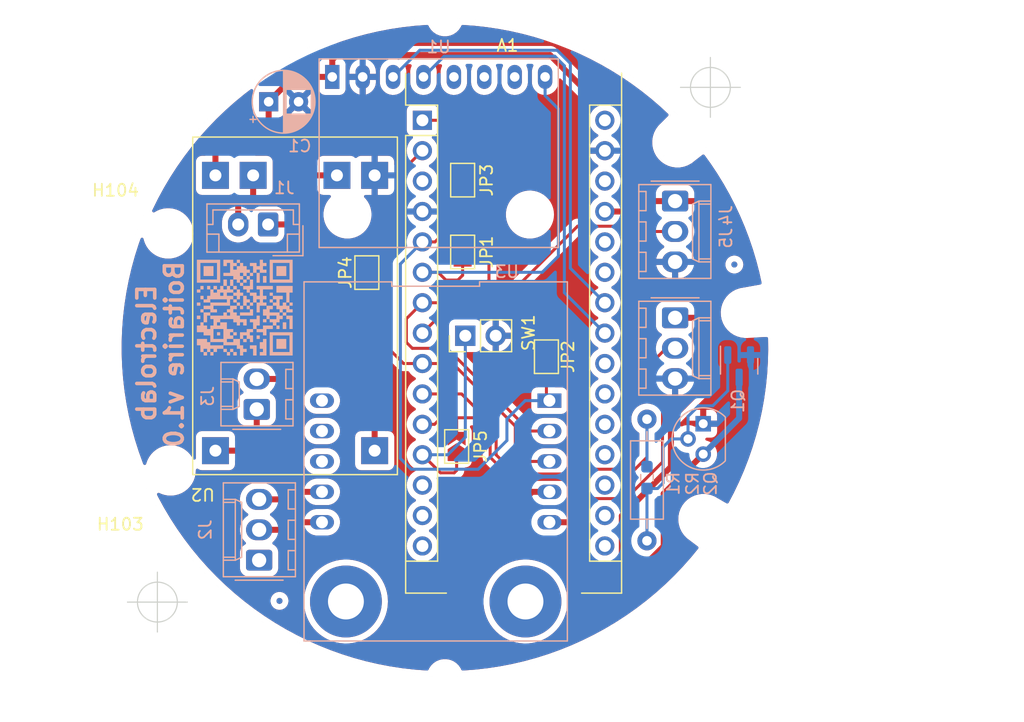
<source format=kicad_pcb>
(kicad_pcb (version 20210606) (generator pcbnew)

  (general
    (thickness 1.6)
  )

  (paper "A4")
  (layers
    (0 "F.Cu" signal)
    (31 "B.Cu" signal)
    (32 "B.Adhes" user "B.Adhesive")
    (33 "F.Adhes" user "F.Adhesive")
    (34 "B.Paste" user)
    (35 "F.Paste" user)
    (36 "B.SilkS" user "B.Silkscreen")
    (37 "F.SilkS" user "F.Silkscreen")
    (38 "B.Mask" user)
    (39 "F.Mask" user)
    (40 "Dwgs.User" user "User.Drawings")
    (41 "Cmts.User" user "User.Comments")
    (42 "Eco1.User" user "User.Eco1")
    (43 "Eco2.User" user "User.Eco2")
    (44 "Edge.Cuts" user)
    (45 "Margin" user)
    (46 "B.CrtYd" user "B.Courtyard")
    (47 "F.CrtYd" user "F.Courtyard")
    (48 "B.Fab" user)
    (49 "F.Fab" user)
    (50 "User.1" user)
    (51 "User.2" user)
    (52 "User.3" user)
    (53 "User.4" user)
    (54 "User.5" user)
    (55 "User.6" user)
    (56 "User.7" user)
    (57 "User.8" user)
    (58 "User.9" user)
  )

  (setup
    (stackup
      (layer "F.SilkS" (type "Top Silk Screen"))
      (layer "F.Paste" (type "Top Solder Paste"))
      (layer "F.Mask" (type "Top Solder Mask") (color "Green") (thickness 0.01))
      (layer "F.Cu" (type "copper") (thickness 0.035))
      (layer "dielectric 1" (type "core") (thickness 1.51) (material "FR4") (epsilon_r 4.5) (loss_tangent 0.02))
      (layer "B.Cu" (type "copper") (thickness 0.035))
      (layer "B.Mask" (type "Bottom Solder Mask") (color "Green") (thickness 0.01))
      (layer "B.Paste" (type "Bottom Solder Paste"))
      (layer "B.SilkS" (type "Bottom Silk Screen"))
      (copper_finish "None")
      (dielectric_constraints no)
    )
    (pad_to_mask_clearance 0)
    (pcbplotparams
      (layerselection 0x0001030_ffffffff)
      (disableapertmacros false)
      (usegerberextensions false)
      (usegerberattributes true)
      (usegerberadvancedattributes true)
      (creategerberjobfile true)
      (svguseinch false)
      (svgprecision 6)
      (excludeedgelayer true)
      (plotframeref false)
      (viasonmask false)
      (mode 1)
      (useauxorigin false)
      (hpglpennumber 1)
      (hpglpenspeed 20)
      (hpglpendiameter 15.000000)
      (dxfpolygonmode true)
      (dxfimperialunits true)
      (dxfusepcbnewfont true)
      (psnegative false)
      (psa4output false)
      (plotreference true)
      (plotvalue true)
      (plotinvisibletext false)
      (sketchpadsonfab false)
      (subtractmaskfromsilk false)
      (outputformat 4)
      (mirror false)
      (drillshape 0)
      (scaleselection 1)
      (outputdirectory "export/")
    )
  )

  (net 0 "")
  (net 1 "Net-(A1-Pad1)")
  (net 2 "unconnected-(A1-Pad17)")
  (net 3 "Net-(A1-Pad2)")
  (net 4 "unconnected-(A1-Pad18)")
  (net 5 "unconnected-(A1-Pad3)")
  (net 6 "unconnected-(A1-Pad19)")
  (net 7 "GND")
  (net 8 "unconnected-(A1-Pad20)")
  (net 9 "/BUSY")
  (net 10 "unconnected-(A1-Pad21)")
  (net 11 "/INT")
  (net 12 "unconnected-(A1-Pad22)")
  (net 13 "/TX")
  (net 14 "/SDA")
  (net 15 "/CAP_SENSOR_2")
  (net 16 "/SCL")
  (net 17 "/RX")
  (net 18 "unconnected-(A1-Pad25)")
  (net 19 "/GND_AUDIO_SW")
  (net 20 "unconnected-(A1-Pad26)")
  (net 21 "/CAP_SENSOR_1")
  (net 22 "VCC")
  (net 23 "/SENSOR_POSITION")
  (net 24 "unconnected-(A1-Pad28)")
  (net 25 "unconnected-(A1-Pad13)")
  (net 26 "unconnected-(A1-Pad14)")
  (net 27 "unconnected-(A1-Pad30)")
  (net 28 "unconnected-(A1-Pad15)")
  (net 29 "unconnected-(A1-Pad16)")
  (net 30 "-BATT")
  (net 31 "+BATT")
  (net 32 "/SP-")
  (net 33 "/SP+")
  (net 34 "+5V")
  (net 35 "GNDPWR")
  (net 36 "/GND_AUDIO")
  (net 37 "unconnected-(U1-Pad5)")
  (net 38 "unconnected-(U1-Pad6)")
  (net 39 "unconnected-(U1-Pad7)")
  (net 40 "unconnected-(U3-Pad8)")
  (net 41 "unconnected-(U3-Pad9)")
  (net 42 "unconnected-(U3-Pad10)")
  (net 43 "unconnected-(U3-PadS1)")
  (net 44 "unconnected-(U3-PadS2)")
  (net 45 "Net-(Q1-Pad1)")
  (net 46 "unconnected-(J2-Pad1)")

  (footprint "boitarire_lib:HW-107" (layer "F.Cu") (at 151.5 65 180))

  (footprint "MountingHole:MountingHole_3.2mm_M3" (layer "F.Cu") (at 141.1 79))

  (footprint "Jumper:SolderJumper-2_P1.3mm_Open_TrianglePad1.0x1.5mm" (layer "F.Cu") (at 172.5 69.5 -90))

  (footprint "Fiducial:Fiducial_0.5mm_Mask1.5mm" (layer "F.Cu") (at 150.2 89.9))

  (footprint "Jumper:SolderJumper-2_P1.3mm_Open_TrianglePad1.0x1.5mm" (layer "F.Cu") (at 165.5 60.75 90))

  (footprint "Fiducial:Fiducial_0.5mm_Mask1.5mm" (layer "F.Cu") (at 188.2 61.8))

  (footprint "Jumper:SolderJumper-2_P1.3mm_Open_TrianglePad1.0x1.5mm" (layer "F.Cu") (at 165.5 54.75 90))

  (footprint "Jumper:SolderJumper-2_P1.3mm_Open_TrianglePad1.0x1.5mm" (layer "F.Cu") (at 165 77 90))

  (footprint "Jumper:SolderJumper-2_P1.3mm_Open_TrianglePad1.0x1.5mm" (layer "F.Cu") (at 157.5 62.475 90))

  (footprint "Connector_PinHeader_2.54mm:PinHeader_1x02_P2.54mm_Vertical" (layer "F.Cu") (at 165.725 67.75 90))

  (footprint "MountingHole:MountingHole_3.2mm_M3" (layer "F.Cu") (at 140.9 59.2))

  (footprint "Module:Arduino_Nano" (layer "F.Cu") (at 162.14 49.75))

  (footprint "boitarire_lib:GY-521" (layer "B.Cu") (at 163.5 46.125))

  (footprint "Connector_Molex:Molex_KK-254_AE-6410-03A_1x03_P2.54mm_Vertical" (layer "B.Cu") (at 183.25 66.25 -90))

  (footprint "Connector_Molex:Molex_KK-254_AE-6410-02A_1x02_P2.54mm_Vertical" (layer "B.Cu") (at 148.3 73.9 90))

  (footprint "Connector_JST:JST_EH_B2B-EH-A_1x02_P2.50mm_Vertical" (layer "B.Cu") (at 149.25 58.45 180))

  (footprint "Connector_Molex:Molex_KK-254_AE-6410-03A_1x03_P2.54mm_Vertical" (layer "B.Cu") (at 148.5 86.5 90))

  (footprint "Package_TO_SOT_THT:TO-92" (layer "B.Cu") (at 185.6 75.1 -90))

  (footprint "Resistor_SMD:R_0603_1608Metric_Pad0.98x0.95mm_HandSolder" (layer "B.Cu") (at 180.9 79.6 -90))

  (footprint "Connector_Molex:Molex_KK-254_AE-6410-03A_1x03_P2.54mm_Vertical" (layer "B.Cu") (at 183.25 56.5 -90))

  (footprint "Capacitor_THT:CP_Radial_D5.0mm_P2.50mm" (layer "B.Cu") (at 149.294888 48.2))

  (footprint "boitarire_lib:DFR0534" (layer "B.Cu") (at 163.25 78.25 -90))

  (footprint "Fiducial:Fiducial_0.5mm_Mask1.5mm" (layer "B.Cu") (at 150.2 89.9 180))

  (footprint "Resistor_THT:R_Axial_DIN0207_L6.3mm_D2.5mm_P10.16mm_Horizontal" (layer "B.Cu") (at 180.9 74.72 -90))

  (footprint "Package_TO_SOT_SMD:SOT-23" (layer "B.Cu") (at 188.6 70.3 -90))

  (footprint "boitarire_lib:qr-code" (layer "B.Cu") (at 147.3 65.4 180))

  (footprint "Fiducial:Fiducial_0.5mm_Mask1.5mm" (layer "B.Cu") (at 188.2 61.8 180))

  (gr_arc (start 164.0209 68.750001) (end 191.10244 63.852031) (angle -27.6648) (layer "Edge.Cuts") (width 0.00031) (tstamp 0771535b-5e86-4820-a6e9-12e0016d9075))
  (gr_arc (start 164.0209 68.750001) (end 187.854698 82.51045) (angle -33) (layer "Edge.Cuts") (width 0.00031) (tstamp 0c9379ea-c660-497b-a63d-914c7c3edee0))
  (gr_arc (start 164.0209 96.270901) (end 165.021494 96.252705) (angle -177.9162) (layer "Edge.Cuts") (width 0.00031) (tstamp 3224ca41-21c1-43e1-9fdd-31ee0670b277))
  (gr_line (start 189.254863 67.427547) (end 191.504071 67.309668) (layer "Edge.Cuts") (width 0.00031) (tstamp 36124aea-a0f0-4a18-a1d3-eb3d7aa0deea))
  (gr_arc (start 164.0209 68.750001) (end 163.020305 41.247297) (angle -175.8328) (layer "Edge.Cuts") (width 0.00031) (tstamp 395de218-b1e2-4bfb-a2b8-e4eaa5460b5a))
  (gr_line (start 187.854699 82.510451) (end 186.425114 81.685124) (layer "Edge.Cuts") (width 0.00031) (tstamp 396d5c09-c203-4f99-81ca-2ef2a4db8c95))
  (gr_arc (start 164.0209 41.229101) (end 163.020306 41.247301) (angle -177.9162) (layer "Edge.Cuts") (width 0.00031) (tstamp 42bb9491-1967-4af9-be51-e73edb8e701c))
  (gr_line (start 185.975873 85.344503) (end 184.659073 84.349147) (layer "Edge.Cuts") (width 0.00031) (tstamp 5315bde5-6382-4849-bdc8-6c92071d596d))
  (gr_arc (start 183.446151 51.589269) (end 182.313921 50.457039) (angle -172.9165) (layer "Edge.Cuts") (width 0.00031) (tstamp 6ec839df-198a-41d7-9889-ee4857330a6d))
  (gr_line (start 185.732388 51.838058) (end 184.430099 52.852429) (layer "Edge.Cuts") (width 0.00031) (tstamp 77c7fcbe-b62f-4cf2-88b4-ea755ad1d9e1))
  (gr_arc (start 189.170999 65.828523) (end 188.886018 64.252871) (angle -172.748) (layer "Edge.Cuts") (width 0.00031) (tstamp 82c68b7e-f877-4350-a173-5c449792fff7))
  (gr_arc (start 164.0209 68.750001) (end 183.481115 49.289786) (angle -42.9164) (layer "Edge.Cuts") (width 0.00031) (tstamp a4db611b-69a8-42c2-ae0d-0ec9a6aaee95))
  (gr_line (start 182.313892 50.457009) (end 183.481078 49.289823) (layer "Edge.Cuts") (width 0.00031) (tstamp bda276b9-5982-457c-b67e-1e157359b412))
  (gr_line (start 188.886083 64.252876) (end 191.102466 63.852012) (layer "Edge.Cuts") (width 0.00031) (tstamp c5770c9c-f953-4ae1-b872-33b9a0d2ae8d))
  (gr_arc (start 164.0209 68.750001) (end 165.021495 96.252705) (angle -50.8329) (layer "Edge.Cuts") (width 0.00031) (tstamp d5d2f683-6a06-4d29-ac46-041cfd766c19))
  (gr_arc (start 185.624506 83.071777) (end 186.425114 81.685083) (angle -172.916) (layer "Edge.Cuts") (width 0.00031) (tstamp fc114ddc-b8c4-4547-b7eb-a5e5101ba8a8))
  (gr_text "Electrolab" (at 139.1 69.2 90) (layer "B.SilkS") (tstamp 278fe4ee-820f-43c7-98d8-16da8c7b9a48)
    (effects (font (size 1.5 1.5) (thickness 0.3)) (justify mirror))
  )
  (gr_text "Boitarire v1.0" (at 141.4 69.3 -270) (layer "B.SilkS") (tstamp a0e2e1b1-52e3-4bf3-8b1e-c60b62b615be)
    (effects (font (size 1.5 1.5) (thickness 0.3)) (justify mirror))
  )
  (target plus (at 140 90) (size 5) (width 0.1) (layer "Edge.Cuts") (tstamp 12a6ff18-ef07-4184-98f8-a6131c79a104))
  (target plus (at 186.2 47) (size 5) (width 0.1) (layer "Edge.Cuts") (tstamp fcc94c36-f8aa-4750-9604-8a5e81a9d9cf))

  (segment (start 165.5 51.1) (end 164.15 49.75) (width 0.25) (layer "F.Cu") (net 1) (tstamp 57c13a52-aaf8-4b76-89cf-06026b679688))
  (segment (start 164.15 49.75) (end 162.14 49.75) (width 0.25) (layer "F.Cu") (net 1) (tstamp 862f08b7-0f46-4efa-974d-f80c33dbca6e))
  (segment (start 165.5 54.025) (end 165.5 51.1) (width 0.25) (layer "F.Cu") (net 1) (tstamp c6c4a031-6182-4c64-aa66-a67993c43034))
  (segment (start 160.1 54.33) (end 162.14 52.29) (width 0.25) (layer "F.Cu") (net 3) (tstamp 0f2ccad9-e699-49f0-bc40-53277732aa90))
  (segment (start 157.5 60.5) (end 160.1 57.9) (width 0.25) (layer "F.Cu") (net 3) (tstamp 2cb29135-e8a2-4b08-89cd-2f31876aed39))
  (segment (start 160.1 57.9) (end 160.1 54.33) (width 0.25) (layer "F.Cu") (net 3) (tstamp 3b0d2cd4-97d6-46cf-a781-12347f18ee90))
  (segment (start 157.5 61.75) (end 157.5 60.5) (width 0.25) (layer "F.Cu") (net 3) (tstamp 779db477-d577-48ba-bd55-2178aefc5e16))
  (segment (start 165.5 60.025) (end 165.5 58.5) (width 0.25) (layer "F.Cu") (net 9) (tstamp 065dc92b-f004-45d3-b53b-e8064470db48))
  (segment (start 163.19 59.91) (end 162.14 59.91) (width 0.25) (layer "F.Cu") (net 9) (tstamp 55173f7a-6b9a-4877-8ad3-ce477d3a10c0))
  (segment (start 172.5 72.92) (end 172.75 73.17) (width 0.25) (layer "F.Cu") (net 9) (tstamp 56bb2100-e65f-4553-8203-d8025676d120))
  (segment (start 163.5 59.6) (end 163.19 59.91) (width 0.25) (layer "F.Cu") (net 9) (tstamp 7f7cde0e-ce6f-4ba5-a63d-3ab5aec6bd4d))
  (segment (start 165.2 58.2) (end 163.9 58.2) (width 0.25) (layer "F.Cu") (net 9) (tstamp b539e521-bf0e-4470-86bc-16ab0cbad67d))
  (segment (start 165.5 58.5) (end 165.2 58.2) (width 0.25) (layer "F.Cu") (net 9) (tstamp bb44fe3e-7dfd-40c7-833d-290d5ea38f62))
  (segment (start 172.5 70.225) (end 172.5 72.92) (width 0.25) (layer "F.Cu") (net 9) (tstamp ce784b1e-769e-4be0-a409-c0209f93f5a6))
  (segment (start 163.9 58.2) (end 163.5 58.6) (width 0.25) (layer "F.Cu") (net 9) (tstamp d7dd6b40-c6fd-4b1e-8cd2-f861de028501))
  (segment (start 163.5 58.6) (end 163.5 59.6) (width 0.25) (layer "F.Cu") (net 9) (tstamp e54a7c8d-de81-40ba-bb01-0b5c4918415c))
  (segment (start 170.73 73.17) (end 172.75 73.17) (width 0.25) (layer "B.Cu") (net 9) (tstamp 30136584-2238-4ce6-b094-44fc47af23ed))
  (segment (start 161.2 78.9) (end 166.8 78.9) (width 0.25) (layer "B.Cu") (net 9) (tstamp 4c00cbf0-5a6f-4edc-9543-4bc0bbf6b2b6))
  (segment (start 169.2 76.5) (end 169.2 74.7) (width 0.25) (layer "B.Cu") (net 9) (tstamp 4dca56f9-7a3b-456b-9865-8ec42cace1a4))
  (segment (start 166.8 78.9) (end 169.2 76.5) (width 0.25) (layer "B.Cu") (net 9) (tstamp a854b223-738f-43a7-a5c8-b5f750cf40fb))
  (segment (start 169.2 74.7) (end 170.73 73.17) (width 0.25) (layer "B.Cu") (net 9) (tstamp aa3ea5ee-bd3a-4241-ad25-5e288deb3d6b))
  (segment (start 162.14 59.91) (end 160.3 61.75) (width 0.25) (layer "B.Cu") (net 9) (tstamp affd43e6-fb37-4814-9c31-bb300f43db47))
  (segment (start 160.3 61.75) (end 160.3 78) (width 0.25) (layer "B.Cu") (net 9) (tstamp cd1d6fb9-8a88-4a01-a974-386780784198))
  (segment (start 160.3 78) (end 161.2 78.9) (width 0.25) (layer "B.Cu") (net 9) (tstamp da7c607e-81ba-4a73-9828-f8e1932f56b4))
  (segment (start 165.5 62.7) (end 165.1 63.1) (width 0.25) (layer "F.Cu") (net 11) (tstamp 1e012710-c1a4-46c8-b704-8008034fecb3))
  (segment (start 163.45 62.45) (end 162.14 62.45) (width 0.25) (layer "F.Cu") (net 11) (tstamp 441a1bfc-3a90-4db3-9ca2-acaf7910690f))
  (segment (start 165.5 61.475) (end 165.5 62.7) (width 0.25) (layer "F.Cu") (net 11) (tstamp 67f169d9-914d-44b4-af3c-6ffb85557a3e))
  (segment (start 164.1 63.1) (end 163.45 62.45) (width 0.25) (layer "F.Cu") (net 11) (tstamp 7b297671-5e54-4763-8cbe-ba1fa1d8edce))
  (segment (start 165.1 63.1) (end 164.1 63.1) (width 0.25) (layer "F.Cu") (net 11) (tstamp 966d2020-e145-4fd3-9d48-eef9fe6bd357))
  (segment (start 173.5 61.1) (end 172.15 62.45) (width 0.25) (layer "B.Cu") (net 11) (tstamp 59bd45b0-2f1a-4678-a8e3-b144573cc1fe))
  (segment (start 173.5 48.8) (end 173.5 61.1) (width 0.25) (layer "B.Cu") (net 11) (tstamp 74f11ede-740d-44cf-bdd0-4d01c7b27443))
  (segment (start 172.39 47.69) (end 173.5 48.8) (width 0.25) (layer "B.Cu") (net 11) (tstamp 94abd6fb-8b7e-424a-8aa7-b59a1d269419))
  (segment (start 172.39 46.125) (end 172.39 47.69) (width 0.25) (layer "B.Cu") (net 11) (tstamp c5f8351f-65d4-4e94-bd13-8476c83b8479))
  (segment (start 172.15 62.45) (end 162.14 62.45) (width 0.25) (layer "B.Cu") (net 11) (tstamp fd8ff827-d8ab-4f0a-a2db-0035a574ea84))
  (segment (start 165.81 64.99) (end 162.14 64.99) (width 0.25) (layer "F.Cu") (net 13) (tstamp 002ddc8a-2dcd-47e5-bac6-ff419e906c3e))
  (segment (start 171.11 75.71) (end 164.8 69.4) (width 0.25) (layer "F.Cu") (net 13) (tstamp 0b923e47-3f29-4ae2-ad00-3b5133888ac7))
  (segment (start 160.8 66.33) (end 162.14 64.99) (width 0.25) (layer "F.Cu") (net 13) (tstamp 44ccfd1f-92db-4ce3-b598-f9e3351efd52))
  (segment (start 163.6 69.4) (end 163 68.8) (width 0.25) (layer "F.Cu") (net 13) (tstamp 50197276-befb-42f2-aee9-c2976dee3403))
  (segment (start 160.8 68.3) (end 160.8 66.33) (width 0.25) (layer "F.Cu") (net 13) (tstamp 6225685e-6e15-467a-a511-23d66c1791d1))
  (segment (start 164.8 69.4) (end 163.6 69.4) (width 0.25) (layer "F.Cu") (net 13) (tstamp 63de9d62-9f65-43ed-80e5-d27a1bbe424c))
  (segment (start 165.5 57) (end 167.7 59.2) (width 0.25) (layer "F.Cu") (net 13) (tstamp 7b9f1bdf-6a0a-4ad3-b9a9-778178e42909))
  (segment (start 163 68.8) (end 161.3 68.8) (width 0.25) (layer "F.Cu") (net 13) (tstamp 897ed4dd-a862-47c0-ac0d-90daca1acab5))
  (segment (start 165.5 55.475) (end 165.5 57) (width 0.25) (layer "F.Cu") (net 13) (tstamp 99073820-8e6c-4f2a-a494-b1dc8444af55))
  (segment (start 167.7 63.1) (end 165.81 64.99) (width 0.25) (layer "F.Cu") (net 13) (tstamp a5f7530c-a571-47b6-84a2-d00dfb42af9c))
  (segment (start 167.7 59.2) (end 167.7 63.1) (width 0.25) (layer "F.Cu") (net 13) (tstamp a9baa2f4-4424-47a5-bfe3-feb292a13a74))
  (segment (start 172.75 75.71) (end 171.11 75.71) (width 0.25) (layer "F.Cu") (net 13) (tstamp d1b78b01-c3b5-45b8-8dc7-84fc09583e29))
  (segment (start 161.3 68.8) (end 160.8 68.3) (width 0.25) (layer "F.Cu") (net 13) (tstamp d818c73a-f3aa-46a4-857b-00eb8f0ef2a6))
  (segment (start 177.38 67.53) (end 174 64.15) (width 0.25) (layer "B.Cu") (net 14) (tstamp a367b837-9c05-48ef-9036-2c934e8deefd))
  (segment (start 174 64.15) (end 174 45.2) (width 0.25) (layer "B.Cu") (net 14) (tstamp ddad0104-21f0-4e29-85af-4414e34a82dd))
  (segment (start 174 45.2) (end 173.2 44.4) (width 0.25) (layer "B.Cu") (net 14) (tstamp e93177f5-2dce-43e7-a9f2-ec3a958e5ca0))
  (segment (start 163.955 44.4) (end 162.23 46.125) (width 0.25) (layer "B.Cu") (net 14) (tstamp ecdcc377-428c-4024-acaa-bf5f481f5e8e))
  (segment (start 173.2 44.4) (end 163.955 44.4) (width 0.25) (layer "B.Cu") (net 14) (tstamp f051b5f5-8497-4588-93d8-7244b316bcbf))
  (segment (start 179.94 59.04) (end 179.5 58.6) (width 0.25) (layer "F.Cu") (net 15) (tstamp 11814792-5227-45aa-8595-52e8591a2dec))
  (segment (start 175.1 58.6) (end 170.3 63.4) (width 0.25) (layer "F.Cu") (net 15) (tstamp 2b9124f1-50e7-438f-bebf-f19a0355456c))
  (segment (start 163.97 65.7) (end 162.14 67.53) (width 0.25) (layer "F.Cu") (net 15) (tstamp 31cdb422-7f8c-473d-b055-f5144bef0800))
  (segment (start 179.5 58.6) (end 175.1 58.6) (width 0.25) (layer "F.Cu") (net 15) (tstamp 3bf1cc53-7c7f-46c9-b819-78eaee2c4234))
  (segment (start 172.5 68.775) (end 172.5 66.3) (width 0.25) (layer "F.Cu") (net 15) (tstamp 42f6d15a-8720-469e-b170-0879acfa1f43))
  (segment (start 166.3 65.7) (end 163.97 65.7) (width 0.25) (layer "F.Cu") (net 15) (tstamp 51db83d9-f4cc-4a7d-8b90-61b2baf044ab))
  (segment (start 171.2 65) (end 170.3 65) (width 0.25) (layer "F.Cu") (net 15) (tstamp 54482451-9f5d-4900-978a-b7fb3b040d86))
  (segment (start 167 65) (end 166.3 65.7) (width 0.25) (layer "F.Cu") (net 15) (tstamp 6567149e-9f08-4e52-a43a-bf9df007c96d))
  (segment (start 170.3 63.4) (end 170.3 65) (width 0.25) (layer "F.Cu") (net 15) (tstamp a335e5bb-0b65-425c-b88b-69987733e1f7))
  (segment (start 172.5 66.3) (end 171.2 65) (width 0.25) (layer "F.Cu") (net 15) (tstamp c814891f-b5c3-42f6-a49b-71665c07e531))
  (segment (start 170.3 65) (end 167 65) (width 0.25) (layer "F.Cu") (net 15) (tstamp df12b927-051e-4d40-bcb4-58d42fc2f897))
  (segment (start 183.25 59.04) (end 179.94 59.04) (width 0.25) (layer "F.Cu") (net 15) (tstamp e74e96a4-5094-426c-9640-3a489662762e))
  (segment (start 174.5 45) (end 173.4 43.9) (width 0.25) (layer "B.Cu") (net 16) (tstamp 099b495b-eb72-4208-b491-c50c4f449fd0))
  (segment (start 173.4 43.9) (end 161.915 43.9) (width 0.25) (layer "B.Cu") (net 16) (tstamp b67a5d25-290a-4252-a9b7-e682b39b21e1))
  (segment (start 177.38 64.99) (end 174.5 62.11) (width 0.25) (layer "B.Cu") (net 16) (tstamp d9a2b80c-dc5f-4760-b55e-fe911d45dbf5))
  (segment (start 161.915 43.9) (end 159.69 46.125) (width 0.25) (layer "B.Cu") (net 16) (tstamp e8848ca5-e769-4140-a08b-05e6d9c77e7d))
  (segment (start 174.5 62.11) (end 174.5 45) (width 0.25) (layer "B.Cu") (net 16) (tstamp f4017f14-3c64-40a7-987f-82c58b56e986))
  (segment (start 160.57 70.07) (end 162.14 70.07) (width 0.25) (layer "F.Cu") (net 17) (tstamp 3e548c9f-29c6-4224-9b83-5da945fef1ef))
  (segment (start 164.67 70.07) (end 169.9 75.3) (width 0.25) (layer "F.Cu") (net 17) (tstamp 3f280ec0-d641-491d-907f-e39d66d6a684))
  (segment (start 157.5 67) (end 160.57 70.07) (width 0.25) (layer "F.Cu") (net 17) (tstamp 823843c5-18d9-4078-a62b-17ccfa0b3021))
  (segment (start 169.9 75.3) (end 169.9 77) (width 0.25) (layer "F.Cu") (net 17) (tstamp 8a71d9fd-00e9-4bfb-a527-4f74d07b573a))
  (segment (start 172.75 78.25) (end 171.15 78.25) (width 0.25) (layer "F.Cu") (net 17) (tstamp 96e7c6e6-5759-45b2-881e-59d86e2f90fb))
  (segment (start 162.14 70.07) (end 164.67 70.07) (width 0.25) (layer "F.Cu") (net 17) (tstamp be06cfd1-c42e-4a17-b753-c672dba54922))
  (segment (start 171.15 78.25) (end 169.9 77) (width 0.25) (layer "F.Cu") (net 17) (tstamp f232608d-a10c-4f4a-a340-b1becc13aa03))
  (segment (start 157.5 63.2) (end 157.5 67) (width 0.25) (layer "F.Cu") (net 17) (tstamp f6ad1a94-a957-4926-b263-b33a2228fc59))
  (segment (start 169.9 79.3) (end 174.9 79.3) (width 0.25) (layer "F.Cu") (net 19) (tstamp 0510ee0c-9be4-4f58-a22c-840098bdf9bd))
  (segment (start 168.3 75.5) (end 168.3 77.7) (width 0.25) (layer "F.Cu") (net 19) (tstamp 1f480e97-79fd-43e6-b991-9f31b262102a))
  (segment (start 165.41 72.61) (end 168.3 75.5) (width 0.25) (layer "F.Cu") (net 19) (tstamp 30439de0-b93d-469e-94ad-e034831fa7a6))
  (segment (start 179.9 78.9) (end 180.9 77.9) (width 0.25) (layer "F.Cu") (net 19) (tstamp 8a3fb9ea-877b-4e3e-abd2-28092dfdc050))
  (segment (start 179.02 78.9) (end 179 78.9) (width 0.25) (layer "F.Cu") (net 19) (tstamp 8b396bb1-810d-4afa-b3c7-842b200d101e))
  (segment (start 180.9 77.9) (end 180.9 74.72) (width 0.25) (layer "F.Cu") (net 19) (tstamp 90b63b83-733c-4c9e-ad70-a8fc2dad650d))
  (segment (start 175.3 78.9) (end 179.02 78.9) (width 0.25) (layer "F.Cu") (net 19) (tstamp c1073856-0b9e-4b90-b70a-1714525486a7))
  (segment (start 174.9 79.3) (end 175.3 78.9) (width 0.25) (layer "F.Cu") (net 19) (tstamp cdce4433-b137-4343-8add-70cb8bc1c25f))
  (segment (start 168.3 77.7) (end 169.9 79.3) (width 0.25) (layer "F.Cu") (net 19) (tstamp d8018cef-db9e-4d1a-a9bb-129bb542e9ce))
  (segment (start 179.02 78.9) (end 179.9 78.9) (width 0.25) (layer "F.Cu") (net 19) (tstamp e037f1f2-7242-45fd-b0d6-4a47d5ec9ca7))
  (segment (start 162.14 72.61) (end 165.41 72.61) (width 0.25) (layer "F.Cu") (net 19) (tstamp e1f5b0f2-1c24-49c3-b6e0-5d2e7450145b))
  (segment (start 180.9 74.72) (end 180.9 78.6875) (width 0.25) (layer "B.Cu") (net 19) (tstamp 6f4acf13-a926-4655-a0a9-1562ec2e41e3))
  (segment (start 167.8 77.9) (end 169.64952 79.74952) (width 0.25) (layer "F.Cu") (net 21) (tstamp 01c54785-c88a-4d3a-acc5-7b71d5ad9ad0))
  (segment (start 163.7 74.6) (end 163.15 75.15) (width 0.25) (layer "F.Cu") (net 21) (tstamp 074c7175-bdd2-4fa4-8e32-7a779c5241f1))
  (segment (start 163.15 75.15) (end 162.14 75.15) (width 0.25) (layer "F.Cu") (net 21) (tstamp 12ccf950-5492-4193-a0eb-957dc51d0514))
  (segment (start 182.2 78.3) (end 182.2 73.1) (width 0.25) (layer "F.Cu") (net 21) (tstamp 2925ec92-c9a8-40d4-b59a-bacd88929ae4))
  (segment (start 174.14952 79.74952) (end 175.754511 81.354511) (width 0.25) (layer "F.Cu") (net 21) (tstamp 560c5d40-8bbc-465f-ae30-3382b1dcfcbf))
  (segment (start 165 76.275) (end 165 74.6) (width 0.25) (layer "F.Cu") (net 21) (tstamp 61b9e027-c8eb-4fd3-8438-975a5c4ae50c))
  (segment (start 175.754511 81.354511) (end 179.145489 81.354511) (width 0.25) (layer "F.Cu") (net 21) (tstamp 6c28ef58-79e0-4e63-a960-53df85c3198b))
  (segment (start 182.51 68.79) (end 183.25 68.79) (width 0.25) (layer "F.Cu") (net 21) (tstamp 6e77c217-c11c-4a97-ac0f-5725779db20c))
  (segment (start 165 74.6) (end 163.7 74.6) (width 0.25) (layer "F.Cu") (net 21) (tstamp 86f53970-0266-4ff5-8ff3-f159d26b5bc0))
  (segment (start 182.2 73.1) (end 181.3 72.2) (width 0.25) (layer "F.Cu") (net 21) (tstamp 88a4e490-b8a5-41e9-8c0b-df994388ad12))
  (segment (start 179.145489 81.354511) (end 182.2 78.3) (width 0.25) (layer "F.Cu") (net 21) (tstamp 90515f17-ce45-4f1e-bc5c-dd5955bbb0cd))
  (segment (start 169.64952 79.74952) (end 174.14952 79.74952) (width 0.25) (layer "F.Cu") (net 21) (tstamp 9131d637-edf7-4ae3-9682-7d62de9906d9))
  (segment (start 181.3 70) (end 182.51 68.79) (width 0.25) (layer "F.Cu") (net 21) (tstamp 99d0fa3e-9007-4a5f-b1a0-347fb43e1b03))
  (segment (start 167.8 75.7) (end 167.8 77.9) (width 0.25) (layer "F.Cu") (net 21) (tstamp b4d84806-bf4f-4214-acfa-f91a70f8fc92))
  (segment (start 181.3 72.2) (end 181.3 70) (width 0.25) (layer "F.Cu") (net 21) (tstamp d24b992e-e4b5-492e-bcad-187e00b28893))
  (segment (start 165 74.6) (end 166.7 74.6) (width 0.25) (layer "F.Cu") (net 21) (tstamp da0d521f-9b8b-41ed-9dc0-981d541d74e4))
  (segment (start 166.7 74.6) (end 167.8 75.7) (width 0.25) (layer "F.Cu") (net 21) (tstamp fd96db98-dbc8-4c29-a9b9-9d7b25386653))
  (segment (start 145.4 51.8) (end 147.8 51.8) (width 0.5) (layer "F.Cu") (net 22) (tstamp 03314621-13f4-4b01-8f52-61e628a96994))
  (segment (start 177.38 57.37) (end 179.63 57.37) (width 0.5) (layer "F.Cu") (net 22) (tstamp 078d9f8d-5bb9-4da5-85a3-5b0087e021c4))
  (segment (start 183.25 56.5) (end 184.9 56.5) (width 0.5) (layer "F.Cu") (net 22) (tstamp 0c1d1e76-0583-44ab-ab6e-ca3773c88dd5))
  (segment (start 175.2 84) (end 174.53 83.33) (width 0.5) (layer "F.Cu") (net 22) (tstamp 19690c36-2532-4376-a550-b39530d57476))
  (segment (start 154.61 46.125) (end 154.61 44.69) (width 0.5) (layer "F.Cu") (net 22) (tstamp 1c53abaf-6d77-4fec-9316-5fe65e1c0361))
  (segment (start 178.8 82.8) (end 178.8 86.8) (width 0.5) (layer "F.Cu") (net 22) (tstamp 1f2cdafa-cf71-4bee-81c2-f767786daf9e))
  (segment (start 179.5 54.1) (end 180.5 55.1) (width 0.5) (layer "F.Cu") (net 22) (tstamp 26a139ca-2957-46ff-b7fe-177b77b1322b))
  (segment (start 178.2 87.4) (end 176.5 87.4) (width 0.5) (layer "F.Cu") (net 22) (tstamp 2bc89032-06bb-4114-b42f-6557618de968))
  (segment (start 179.5 49.5) (end 179.5 54.1) (width 0.5) (layer "F.Cu") (net 22) (tstamp 2eda8fb5-2b85-439d-94f9-d958e0bbe5e3))
  (segment (start 174.53 83.33) (end 172.75 83.33) (width 0.5) (layer "F.Cu") (net 22) (tstamp 3308e17e-7b0b-4957-a284-5fbb831c9781))
  (segment (start 183.25 66.25) (end 185.45 66.25) (width 0.5) (layer "F.Cu") (net 22) (tstamp 44828453-df7b-4c08-8fad-ab071dfe78f2))
  (segment (start 149.294888 50.305112) (end 149.294888 48.2) (width 0.5) (layer "F.Cu") (net 22) (tstamp 4ddd1a38-27b5-48d2-baf1-c09c33d65ce1))
  (segment (start 178.8 86.8) (end 178.2 87.4) (width 0.5) (layer "F.Cu") (net 22) (tstamp 55df0817-0f6a-400c-9bad-d1865d12c54a))
  (segment (start 144.85 52.35) (end 145.4 51.8) (width 0.5) (layer "F.Cu") (net 22) (tstamp 5e91fa76-7488-4731-b87f-0562a3ef6b10))
  (segment (start 176.5 87.4) (end 175.2 86.1) (width 0.5) (layer "F.Cu") (net 22) (tstamp 824d149f-6da8-48d3-a86b-1e504e24a936))
  (segment (start 154.61 44.69) (end 155 44.3) (width 0.5) (layer "F.Cu") (net 22) (tstamp 86648bd8-d3dd-41b4-9e84-913284fa0dab))
  (segment (start 185.5 72.1) (end 183.95 73.65) (width 0.5) (layer "F.Cu") (net 22) (tstamp 8bffa156-b7da-4e4c-b5f9-db16a061be37))
  (segment (start 151.369888 46.125) (end 154.61 46.125) (width 0.5) (layer "F.Cu") (net 22) (tstamp 980556e2-24dc-4a9b-a2f2-f2ea71ea80c7))
  (segment (start 184.9 56.5) (end 185.5 57.1) (width 0.5) (layer "F.Cu") (net 22) (tstamp a0e44335-c1cd-4cbe-9b44-525257e4eced))
  (segment (start 147.8 51.8) (end 149.294888 50.305112) (width 0.5) (layer "F.Cu") (net 22) (tstamp a4c806de-8a9c-42a3-9438-757615483548))
  (segment (start 176 47.5) (end 177.5 47.5) (width 0.5) (layer "F.Cu") (net 22) (tstamp ab5d2910-460c-4470-ae34-20e4af3638c3))
  (segment (start 155 44.3) (end 172.8 44.3) (width 0.5) (layer "F.Cu") (net 22) (tstamp ae1bd434-e0d7-40c7-894b-1b29c593518c))
  (segment (start 179.3 82.3) (end 178.8 82.8) (width 0.5) (layer "F.Cu") (net 22) (tstamp af6428bc-ac09-4e30-bba4-d8b500b7a741))
  (segment (start 182.9 74.7) (end 182.9 78.7) (width 0.5) (layer "F.Cu") (net 22) (tstamp bca6c8ce-edfd-44f8-b029-e875b33b6d85))
  (segment (start 172.8 44.3) (end 176 47.5) (width 0.5) (layer "F.Cu") (net 22) (tstamp bf8e6fb6-dd08-472d-a9d0-756e97fc5f63))
  (segment (start 182.9 78.7) (end 179.3 82.3) (width 0.5) (layer "F.Cu") (net 22) (tstamp cf8ff3b2-4c1d-40c9-9ccc-d09a288bc483))
  (segment (start 175.2 86.1) (end 175.2 84) (width 0.5) (layer "F.Cu") (net 22) (tstamp d5881b4d-6aac-4ef2-b471-24941ec2dbef))
  (segment (start 180.5 56.5) (end 183.25 56.5) (width 0.5) (layer "F.Cu") (net 22) (tstamp d801af6b-dc11-4f18-a53b-73a7e7511827))
  (segment (start 185.5 66.2) (end 185.5 72.1) (width 0.5) (layer "F.Cu") (net 22) (tstamp dd95a381-08c0-4039-be96-3ddf0cfb213c))
  (segment (start 179.63 57.37) (end 180.5 56.5) (width 0.5) (layer "F.Cu") (net 22) (tstamp dddf2b9f-a002-4bd4-a01b-0ca247bd255e))
  (segment (start 183.95 73.65) (end 182.9 74.7) (width 0.5) (layer "F.Cu") (net 22) (tstamp e3e55455-a785-4cf7-a634-941926e3635f))
  (segment (start 185.45 66.25) (end 185.5 66.2) (width 0.5) (layer "F.Cu") (net 22) (tstamp e88e6e8b-387b-4c93-9fb7-d3923d993f48))
  (segment (start 149.294888 48.2) (end 151.369888 46.125) (width 0.5) (layer "F.Cu") (net 22) (tstamp eb551737-c0be-4a52-9050-dd6eca533a94))
  (segment (start 180.5 55.1) (end 180.5 56.5) (width 0.5) (layer "F.Cu") (net 22) (tstamp f0687548-14dd-41e3-bb9d-4c7f2a93301d))
  (segment (start 144.85 54.35) (end 144.85 52.35) (width 0.5) (layer "F.Cu") (net 22) (tstamp f0797df9-5811-4c41-adba-23ecbbd29032))
  (segment (start 177.5 47.5) (end 179.5 49.5) (width 0.5) (layer "F.Cu") (net 22) (tstamp f4d3319b-a6ae-4aa8-9f40-b64915c0450a))
  (segment (start 185.5 57.1) (end 185.5 66.2) (width 0.5) (layer "F.Cu") (net 22) (tstamp f93b5f6c-0a34-4b7a-b137-62ad1d9a7449))
  (segment (start 165 77.725) (end 165 79) (width 0.25) (layer "F.Cu") (net 23) (tstamp 47197d15-ab99-495e-ab32-c75bcd47bef5))
  (segment (start 164.8 79.2) (end 163.65 79.2) (width 0.25) (layer "F.Cu") (net 23) (tstamp 5e320c37-0e6a-4e9d-b089-0db049b98275))
  (segment (start 165 79) (end 164.8 79.2) (width 0.25) (layer "F.Cu") (net 23) (tstamp 66abaf3c-c04b-40a0-9c52-768c910d489e))
  (segment (start 163.65 79.2) (end 162.14 77.69) (width 0.25) (layer "F.Cu") (net 23) (tstamp e85e6118-5fac-416d-8594-66a60d0b0fd2))
  (segment (start 165.725 67.75) (end 165.725 76.225) (width 0.25) (layer "B.Cu") (net 23) (tstamp 47a5eb30-410b-43c4-9345-f5fc55c41cda))
  (segment (start 165.725 76.225) (end 164.26 77.69) (width 0.25) (layer "B.Cu") (net 23) (tstamp 5dc10f71-8f03-4772-97f1-7e485fc7dd90))
  (segment (start 164.26 77.69) (end 162.14 77.69) (width 0.25) (layer "B.Cu") (net 23) (tstamp b12a44a6-9e67-4864-a910-03bbfc697bad))
  (segment (start 152 55.25) (end 152.9 54.35) (width 0.5) (layer "F.Cu") (net 30) (tstamp 3305a80e-a4bf-4056-bc79-3e2bc38b369c))
  (segment (start 151.05 58.45) (end 152 57.5) (width 0.5) (layer "F.Cu") (net 30) (tstamp 3d375ff2-e0a6-4945-8542-d4826a73ff2c))
  (segment (start 152 57.5) (end 152 55.25) (width 0.5) (layer "F.Cu") (net 30) (tstamp ba84bd55-cdfe-4036-be9d-510986c16111))
  (segment (start 149.25 58.45) (end 151.05 58.45) (width 0.5) (layer "F.Cu") (net 30) (tstamp d079615e-89b7-48f9-8591-ebbec5435e49))
  (segment (start 152.9 54.35) (end 155 54.35) (width 0.5) (layer "F.Cu") (net 30) (tstamp ef5ffc1f-619a-474f-937a-3dbd8f8577d3))
  (segment (start 147.75 56.5) (end 147 56.5) (width 0.5) (layer "F.Cu") (net 31) (tstamp 10432fa2-2abd-44c7-a675-49a425a1caa0))
  (segment (start 146.75 56.75) (end 146.75 58.45) (width 0.5) (layer "F.Cu") (net 31) (tstamp 43ae0c46-b51f-4835-bb3e-be7b0fb465bc))
  (segment (start 148 56.25) (end 147.75 56.5) (width 0.5) (layer "F.Cu") (net 31) (tstamp 491df80a-a69f-48e8-8c6a-67d9129f61e6))
  (segment (start 147 56.5) (end 146.75 56.75) (width 0.5) (layer "F.Cu") (net 31) (tstamp cb1b24e7-bd2a-4889-9d2f-3ff6b0e9718f))
  (segment (start 148 54.35) (end 148 56.25) (width 0.5) (layer "F.Cu") (net 31) (tstamp f0058139-692f-48f4-abbe-8fb26cf7fe3b))
  (segment (start 151.04 83.96) (end 151.67 83.33) (width 0.5) (layer "F.Cu") (net 32) (tstamp 171a1ed9-3250-4922-b450-2e47366ab09e))
  (segment (start 148.5 83.96) (end 148.5 83.75) (width 0.5) (layer "F.Cu") (net 32) (tstamp 28e8f296-13eb-41cd-b56d-37a672c4682e))
  (segment (start 148.5 83.96) (end 151.04 83.96) (width 0.5) (layer "F.Cu") (net 32) (tstamp 6f7589e5-6d38-47bd-95c8-1c9aceb51533))
  (segment (start 151.67 83.33) (end 153.75 83.33) (width 0.5) (layer "F.Cu") (net 32) (tstamp 96b3b7fd-9c6a-4896-902c-ccd8d3c40899))
  (segment (start 153.75 80.79) (end 151.71 80.79) (width 0.5) (layer "F.Cu") (net 33) (tstamp 10974255-0d42-4922-8f75-1b6ff45fc360))
  (segment (start 151.08 81.42) (end 148.5 81.42) (width 0.5) (layer "F.Cu") (net 33) (tstamp 110eef9e-bb74-466d-99ab-06772e23af56))
  (segment (start 151.71 80.79) (end 151.08 81.42) (width 0.5) (layer "F.Cu") (net 33) (tstamp f8c9b8dc-2578-4010-b921-197d9010f763))
  (segment (start 147.45 77.35) (end 148.3 76.5) (width 0.5) (layer "F.Cu") (net 34) (tstamp 0d0ed9d8-5fc5-4aed-ac7b-8edea5bb8142))
  (segment (start 148.3 76.5) (end 148.3 73.9) (width 0.5) (layer "F.Cu") (net 34) (tstamp 2ea57edc-650e-4372-a12a-cc6e5b353be0))
  (segment (start 144.85 77.35) (end 147.45 77.35) (width 0.5) (layer "F.Cu") (net 34) (tstamp a86c37ec-4ca4-41b6-ac9e-c623b6a3a20f))
  (segment (start 156.36 71.36) (end 158.15 73.15) (width 0.5) (layer "F.Cu") (net 35) (tstamp 3dd33237-15a7-4e71-bda5-6f59758802a3))
  (segment (start 148.3 71.36) (end 156.36 71.36) (width 0.5) (layer "F.Cu") (net 35) (tstamp a88137c1-5d83-4368-b924-22a30964ee9f))
  (segment (start 158.15 73.15) (end 158.15 77.35) (width 0.5) (layer "F.Cu") (net 35) (tstamp f51d24ea-5c28-466c-acd1-f9e1c33b8c98))
  (segment (start 179.329277 88.3) (end 182.3 85.329277) (width 0.5) (layer "F.Cu") (net 36) (tstamp 14ab5e80-1a9c-4ea3-99a7-1d25d5ce4e4e))
  (segment (start 182.3 85.329277) (end 182.3 80.94) (width 0.5) (layer "F.Cu") (net 36) (tstamp 1f6ba1a9-cb33-47ec-b32f-056fc27f2c05))
  (segment (start 170.5 81.6) (end 170.5 83.8) (width 0.5) (layer "F.Cu") (net 36) (tstamp 2adf69a4-ab59-459d-a1a7-684462dfd9c6))
  (segment (start 170.5 83.8) (end 175 88.3) (width 0.5) (layer "F.Cu") (net 36) (tstamp 30ab8c6f-efb4-41c4-802a-e0f924841f04))
  (segment (start 172.75 80.79) (end 171.31 80.79) (width 0.5) (layer "F.Cu") (net 36) (tstamp 5cbb6758-1d55-4374-85c4-ba976670c94f))
  (segment (start 182.3 80.94) (end 185.6 77.64) (width 0.5) (layer "F.Cu") (net 36) (tstamp 8fb08ddc-a4b3-41c9-b24b-e388aa20330f))
  (segment (start 171.31 80.79) (end 170.5 81.6) (width 0.5) (layer "F.Cu") (net 36) (tstamp ca3e151c-ab17-4a2a-a1d5-5db171c138f5))
  (segment (start 175 88.3) (end 179.329277 88.3) (width 0.5) (layer "F.Cu") (net 36) (tstamp d763e28e-ed0a-4952-85ea-1138bd4ca932))
  (segment (start 185.6 77.64) (end 188.6 74.64) (width 0.5) (layer "B.Cu") (net 36) (tstamp 60c506c8-fdbf-4775-a65c-d7bae34c7270))
  (segment (start 188.6 74.64) (end 188.6 71.2375) (width 0.5) (layer "B.Cu") (net 36) (tstamp f97f9f4d-0d56-4119-944d-dbff27d3652f))
  (segment (start 184.33 74.48588) (end 185.21588 73.6) (width 0.25) (layer "B.Cu") (net 45) (tstamp 11538c91-0bbd-4182-b0bb-3646f8c393c5))
  (segment (start 186.4 73.6) (end 187.65 72.35) (width 0.25) (layer "B.Cu") (net 45) (tstamp 1367231d-b6b2-451e-bbbe-83a82d85c13c))
  (segment (start 185.21588 73.6) (end 186.4 73.6) (width 0.25) (layer "B.Cu") (net 45) (tstamp 19a47d36-4bda-4a9b-bd47-65900701d211))
  (segment (start 182.93 76.37) (end 182.25 77.05) (width 0.25) (layer "B.Cu") (net 45) (tstamp 3c418c49-dc7f-46ee-8f71-9b4d2449b85d))
  (segment (start 184.33 76.37) (end 182.93 76.37) (width 0.25) (layer "B.Cu") (net 45) (tstamp 458b555f-1fa9-4131-97cf-71021fce8637))
  (segment (start 180.9 82.5) (end 180.9 84.88) (width 0.25) (layer "B.Cu") (net 45) (tstamp 4e4579cf-c027-4b94-9789-1c0cca1b624e))
  (segment (start 184.33 76.37) (end 184.33 74.48588) (width 0.25) (layer "B.Cu") (net 45) (tstamp 5b98ae13-a077-4310-84b9-241c6b246e4c))
  (segment (start 180.9 80.5125) (end 180.9 82.5) (width 0.25) (layer "B.Cu") (net 45) (tstamp 5ea85c30-ca66-4995-93b2-c1b2545b1f97))
  (segment (start 182.25 80.05) (end 181.7875 80.5125) (width 0.25) (layer "B.Cu") (net 45) (tstamp 83488068-8df0-4b94-8759-86518394d6e6))
  (segment (start 182.25 77.05) (end 182.25 80.05) (width 0.25) (layer "B.Cu") (net 45) (tstamp a8c7029f-5495-49e0-8989-b11a9680a54b))
  (segment (start 187.65 72.35) (end 187.65 69.3625) (width 0.25) (layer "B.Cu") (net 45) (tstamp d60102ca-69f5-447d-b4ce-03d4fd0c9607))
  (segment (start 181.7875 80.5125) (end 180.9 80.5125) (width 0.25) (layer "B.Cu") (net 45) (tstamp fcb988a3-8c61-48ac-846a-6cc67ccf7605))

  (zone (net 7) (net_name "GND") (layers F&B.Cu) (tstamp ceaa5c83-8f08-4578-a67d-b0ca504b6221) (hatch edge 0.508)
    (priority 50)
    (connect_pads (clearance 0.508))
    (min_thickness 0.254) (filled_areas_thickness no)
    (fill yes (thermal_gap 0.508) (thermal_bridge_width 0.508))
    (polygon
      (pts
        (xy 200.1 100)
        (xy 130 100)
        (xy 130 40)
        (xy 200 39.7)
      )
    )
    (filled_polygon
      (layer "F.Cu")
      (pts
        (xy 165.514894 41.783583)
        (xy 166.447508 41.852551)
        (xy 166.514376 41.857496)
        (xy 166.519074 41.857932)
        (xy 167.519568 41.969718)
        (xy 167.524247 41.97033)
        (xy 168.022038 42.044913)
        (xy 168.519834 42.119496)
        (xy 168.524476 42.12028)
        (xy 168.733133 42.159581)
        (xy 169.513803 42.306623)
        (xy 169.518423 42.307583)
        (xy 170.500082 42.530839)
        (xy 170.504663 42.531972)
        (xy 171.034508 42.673532)
        (xy 171.477259 42.791823)
        (xy 171.481764 42.793118)
        (xy 172.443987 43.089216)
        (xy 172.448431 43.090676)
        (xy 173.372378 43.413335)
        (xy 173.398877 43.422589)
        (xy 173.403302 43.424228)
        (xy 174.340615 43.791481)
        (xy 174.344976 43.793284)
        (xy 175.267911 44.195389)
        (xy 175.2722 44.197354)
        (xy 176.179419 44.633727)
        (xy 176.183633 44.635852)
        (xy 177.073875 45.105888)
        (xy 177.078005 45.108169)
        (xy 177.950031 45.611212)
        (xy 177.954061 45.613638)
        (xy 178.05272 45.675587)
        (xy 178.806654 46.14899)
        (xy 178.810602 46.151574)
        (xy 179.642508 46.718442)
        (xy 179.646355 46.721169)
        (xy 180.188281 47.120956)
        (xy 180.456494 47.318821)
        (xy 180.460238 47.321693)
        (xy 181.247408 47.94924)
        (xy 181.251042 47.95225)
        (xy 181.607182 48.258669)
        (xy 181.962685 48.564539)
        (xy 182.014166 48.608833)
        (xy 182.017675 48.611968)
        (xy 182.659857 49.207764)
        (xy 182.69619 49.268758)
        (xy 182.693781 49.339713)
        (xy 182.663254 49.389227)
        (xy 182.00406 50.048421)
        (xy 181.995461 50.055292)
        (xy 181.995862 50.055764)
        (xy 181.989031 50.061578)
        (xy 181.981435 50.06637)
        (xy 181.975491 50.0731)
        (xy 181.97549 50.073101)
        (xy 181.966695 50.083059)
        (xy 181.952431 50.095549)
        (xy 181.951175 50.094293)
        (xy 181.837281 50.217612)
        (xy 181.640575 50.489359)
        (xy 181.58985 50.589786)
        (xy 181.5042 50.759358)
        (xy 181.489329 50.788799)
        (xy 181.487808 50.793565)
        (xy 181.487807 50.793568)
        (xy 181.440141 50.942949)
        (xy 181.38735 51.108392)
        (xy 181.386602 51.113339)
        (xy 181.386601 51.113344)
        (xy 181.34106 51.414594)
        (xy 181.337205 51.440093)
        (xy 181.340158 51.775548)
        (xy 181.340992 51.780475)
        (xy 181.340992 51.780477)
        (xy 181.35035 51.835775)
        (xy 181.396134 52.106315)
        (xy 181.503724 52.424063)
        (xy 181.506058 52.428489)
        (xy 181.50606 52.428493)
        (xy 181.650534 52.702432)
        (xy 181.660218 52.720794)
        (xy 181.663224 52.724797)
        (xy 181.663225 52.724798)
        (xy 181.83655 52.955579)
        (xy 181.861677 52.989036)
        (xy 181.865276 52.99251)
        (xy 181.86528 52.992515)
        (xy 181.956243 53.08033)
        (xy 182.103029 53.222036)
        (xy 182.107128 53.224894)
        (xy 182.107131 53.224897)
        (xy 182.374085 53.411061)
        (xy 182.37409 53.411064)
        (xy 182.378197 53.413928)
        (xy 182.382711 53.416109)
        (xy 182.675744 53.557701)
        (xy 182.675752 53.557704)
        (xy 182.680253 53.559879)
        (xy 182.685041 53.561314)
        (xy 182.685045 53.561316)
        (xy 182.9968 53.65478)
        (xy 182.996804 53.654781)
        (xy 183.001591 53.656216)
        (xy 183.1415 53.674854)
        (xy 183.329166 53.699854)
        (xy 183.329172 53.699854)
        (xy 183.334124 53.700514)
        (xy 183.339124 53.700382)
        (xy 183.339126 53.700382)
        (xy 183.462168 53.697132)
        (xy 183.669476 53.691656)
        (xy 183.674394 53.690734)
        (xy 183.674398 53.690734)
        (xy 183.860824 53.655798)
        (xy 183.999205 53.629866)
        (xy 184.06932 53.604741)
        (xy 184.310295 53.51839)
        (xy 184.3103 53.518388)
        (xy 184.31501 53.5167)
        (xy 184.477116 53.427524)
        (xy 184.605652 53.356815)
        (xy 184.605655 53.356813)
        (xy 184.60894 53.355006)
        (xy 184.745363 53.257188)
        (xy 184.744734 53.25638)
        (xy 184.750156 53.251878)
        (xy 184.757806 53.247181)
        (xy 184.769141 53.234658)
        (xy 184.785122 53.219817)
        (xy 184.815303 53.196309)
        (xy 185.213872 52.885858)
        (xy 185.53278 52.637456)
        (xy 185.598813 52.611376)
        (xy 185.668463 52.625136)
        (xy 185.712416 52.663176)
        (xy 185.779204 52.755819)
        (xy 186.217357 53.363592)
        (xy 186.220023 53.367438)
        (xy 186.473137 53.747535)
        (xy 186.753626 54.168741)
        (xy 186.773404 54.198442)
        (xy 186.775919 54.202376)
        (xy 187.282222 55.027543)
        (xy 187.298061 55.053357)
        (xy 187.30043 55.057385)
        (xy 187.781349 55.910728)
        (xy 187.790595 55.927135)
        (xy 187.792813 55.931247)
        (xy 188.218074 56.756016)
        (xy 188.250357 56.818627)
        (xy 188.252423 56.822824)
        (xy 188.25502 56.828354)
        (xy 188.676704 57.726589)
        (xy 188.678613 57.730861)
        (xy 189.069024 58.649717)
        (xy 189.070773 58.654055)
        (xy 189.297767 59.248741)
        (xy 189.426813 59.586822)
        (xy 189.428399 59.591222)
        (xy 189.746797 60.52844)
        (xy 189.749542 60.536521)
        (xy 189.750962 60.54097)
        (xy 189.902115 61.046846)
        (xy 190.036792 61.497579)
        (xy 190.038048 61.502087)
        (xy 190.288155 62.468636)
        (xy 190.289243 62.473187)
        (xy 190.357783 62.785448)
        (xy 190.474112 63.315434)
        (xy 190.474362 63.316574)
        (xy 190.46943 63.387399)
        (xy 190.426989 63.444314)
        (xy 190.373719 63.467574)
        (xy 188.852613 63.742687)
        (xy 188.829423 63.744697)
        (xy 188.816396 63.744617)
        (xy 188.80777 63.747082)
        (xy 188.798872 63.748301)
        (xy 188.798813 63.747868)
        (xy 188.794776 63.748401)
        (xy 188.794715 63.748062)
        (xy 188.790855 63.748919)
        (xy 188.790851 63.74892)
        (xy 188.712438 63.76634)
        (xy 188.631003 63.784431)
        (xy 188.627461 63.785674)
        (xy 188.627459 63.785675)
        (xy 188.509343 63.82714)
        (xy 188.31478 63.895443)
        (xy 188.310384 63.897823)
        (xy 188.310385 63.897823)
        (xy 188.024471 64.052648)
        (xy 188.024468 64.05265)
        (xy 188.020071 64.055031)
        (xy 188.016105 64.058078)
        (xy 188.016104 64.058078)
        (xy 187.778608 64.2405)
        (xy 187.754284 64.259183)
        (xy 187.750848 64.262819)
        (xy 187.652838 64.366535)
        (xy 187.524097 64.50277)
        (xy 187.452696 64.607487)
        (xy 187.347401 64.761913)
        (xy 187.335293 64.77967)
        (xy 187.333168 64.784187)
        (xy 187.333165 64.784192)
        (xy 187.254532 64.951326)
        (xy 187.192617 65.082927)
        (xy 187.191233 65.087721)
        (xy 187.191231 65.087726)
        (xy 187.15206 65.223402)
        (xy 187.099654 65.404919)
        (xy 187.058741 65.737556)
        (xy 187.070905 66.072477)
        (xy 187.071874 66.077381)
        (xy 187.071874 66.077385)
        (xy 187.123024 66.336379)
        (xy 187.13584 66.40127)
        (xy 187.251916 66.71567)
        (xy 187.416215 67.007778)
        (xy 187.624609 67.270253)
        (xy 187.87186 67.4965)
        (xy 187.876024 67.499242)
        (xy 187.87603 67.499247)
        (xy 188.147584 67.678086)
        (xy 188.147589 67.678089)
        (xy 188.151756 67.680833)
        (xy 188.457264 67.818621)
        (xy 188.674372 67.877543)
        (xy 188.775873 67.90509)
        (xy 188.775875 67.90509)
        (xy 188.780708 67.906402)
        (xy 188.785687 67.906933)
        (xy 188.78569 67.906934)
        (xy 189.110219 67.94157)
        (xy 189.11022 67.94157)
        (xy 189.113958 67.941969)
        (xy 189.200855 67.940867)
        (xy 189.270714 67.939981)
        (xy 189.270716 67.939981)
        (xy 189.281648 67.939842)
        (xy 189.281575 67.938451)
        (xy 189.297341 67.936229)
        (xy 189.309233 67.936447)
        (xy 189.309237 67.936447)
        (xy 189.318208 67.936611)
        (xy 189.326868 67.93425)
        (xy 189.335776 67.93314)
        (xy 189.335805 67.933371)
        (xy 189.348448 67.931339)
        (xy 190.374926 67.877543)
        (xy 190.88305 67.850913)
        (xy 190.952124 67.867322)
        (xy 191.001361 67.918471)
        (xy 191.015632 67.97498)
        (xy 191.016899 68.065717)
        (xy 191.028395 68.889012)
        (xy 191.028369 68.893849)
        (xy 191.003153 69.925647)
        (xy 191.002942 69.930481)
        (xy 190.938134 70.960564)
        (xy 190.937738 70.965385)
        (xy 190.833435 71.992231)
        (xy 190.832854 71.997034)
        (xy 190.68921 73.019118)
        (xy 190.688445 73.023895)
        (xy 190.50567 74.039714)
        (xy 190.504722 74.044458)
        (xy 190.421755 74.421815)
        (xy 190.291384 75.014779)
        (xy 190.283085 75.052523)
        (xy 190.281958 75.057216)
        (xy 190.111284 75.712442)
        (xy 190.021791 76.056008)
        (xy 190.020482 76.060665)
        (xy 189.723747 77.043504)
        (xy 189.722166 77.04874)
        (xy 189.720686 77.053322)
        (xy 189.384872 78.028597)
        (xy 189.384655 78.029227)
        (xy 189.382999 78.033752)
        (xy 189.009744 78.996064)
        (xy 189.007913 79.000528)
        (xy 188.647427 79.833562)
        (xy 188.598004 79.947771)
        (xy 188.595998 79.952173)
        (xy 188.150057 80.882924)
        (xy 188.150027 80.882986)
        (xy 188.147863 80.887289)
        (xy 187.738363 81.663974)
        (xy 187.721523 81.695914)
        (xy 187.672059 81.746843)
        (xy 187.602913 81.762946)
        (xy 187.547069 81.74627)
        (xy 187.35543 81.635633)
        (xy 186.696473 81.255204)
        (xy 186.680075 81.243478)
        (xy 186.681614 81.240812)
        (xy 186.533019 81.162716)
        (xy 186.418727 81.119074)
        (xy 186.22431 81.044837)
        (xy 186.224309 81.044837)
        (xy 186.219622 81.043047)
        (xy 185.891241 80.974454)
        (xy 185.556144 80.958667)
        (xy 185.551172 80.959225)
        (xy 185.551171 80.959225)
        (xy 185.227738 80.995523)
        (xy 185.227735 80.995524)
        (xy 185.222768 80.996081)
        (xy 184.899507 81.085754)
        (xy 184.845389 81.110537)
        (xy 184.599048 81.223347)
        (xy 184.599045 81.223349)
        (xy 184.5945 81.22543)
        (xy 184.315424 81.411592)
        (xy 184.311761 81.414985)
        (xy 184.311757 81.414988)
        (xy 184.072979 81.636151)
        (xy 184.072974 81.636157)
        (xy 184.069308 81.639552)
        (xy 183.862347 81.903571)
        (xy 183.859923 81.907945)
        (xy 183.859922 81.907947)
        (xy 183.70782 82.182442)
        (xy 183.699752 82.197002)
        (xy 183.698051 82.201704)
        (xy 183.698048 82.20171)
        (xy 183.622018 82.411846)
        (xy 183.585616 82.512457)
        (xy 183.544628 82.727534)
        (xy 183.524418 82.833581)
        (xy 183.522814 82.841995)
        (xy 183.522666 82.847006)
        (xy 183.522666 82.847008)
        (xy 183.521641 82.881786)
        (xy 183.512926 83.177318)
        (xy 183.513572 83.182283)
        (xy 183.513572 83.182286)
        (xy 183.531566 83.32061)
        (xy 183.556201 83.509982)
        (xy 183.557622 83.514776)
        (xy 183.557623 83.51478)
        (xy 183.587127 83.614302)
        (xy 183.65155 83.831616)
        (xy 183.653716 83.836134)
        (xy 183.794406 84.129601)
        (xy 183.794409 84.129606)
        (xy 183.796572 84.134118)
        (xy 183.799423 84.138233)
        (xy 183.799424 84.138235)
        (xy 183.846937 84.206815)
        (xy 183.987617 84.409874)
        (xy 183.991082 84.413485)
        (xy 183.991085 84.413489)
        (xy 184.045507 84.470209)
        (xy 184.219873 84.65194)
        (xy 184.250055 84.676696)
        (xy 184.335657 84.746909)
        (xy 184.335659 84.74691)
        (xy 184.349665 84.758398)
        (xy 184.351868 84.755482)
        (xy 184.357669 84.758608)
        (xy 184.359974 84.760143)
        (xy 184.366104 84.764494)
        (xy 184.61396 84.951846)
        (xy 185.152265 85.358746)
        (xy 185.194547 85.415779)
        (xy 185.199281 85.486618)
        (xy 185.173801 85.539055)
        (xy 184.89292 85.882302)
        (xy 184.590385 86.252012)
        (xy 184.587235 86.255713)
        (xy 184.279458 86.603545)
        (xy 183.954865 86.970383)
        (xy 183.900137 87.032233)
        (xy 183.896847 87.03581)
        (xy 183.180305 87.785264)
        (xy 183.176879 87.788712)
        (xy 182.431956 88.509988)
        (xy 182.4284 88.5133)
        (xy 182.003317 88.894249)
        (xy 181.871605 89.012286)
        (xy 181.656238 89.205292)
        (xy 181.65259 89.208437)
        (xy 180.854252 89.87019)
        (xy 180.850473 89.8732)
        (xy 180.616743 90.052195)
        (xy 180.027245 90.503644)
        (xy 180.023363 90.5065)
        (xy 179.699247 90.73544)
        (xy 179.176443 91.104722)
        (xy 179.17242 91.107449)
        (xy 178.827654 91.33156)
        (xy 178.303065 91.672563)
        (xy 178.298964 91.675117)
        (xy 177.944863 91.886332)
        (xy 177.408439 92.206298)
        (xy 177.404218 92.208706)
        (xy 176.493931 92.705116)
        (xy 176.48962 92.707361)
        (xy 175.560799 93.16833)
        (xy 175.556443 93.170388)
        (xy 175.039045 93.402752)
        (xy 174.610553 93.595188)
        (xy 174.606082 93.597093)
        (xy 173.644533 93.98509)
        (xy 173.639992 93.986821)
        (xy 173.258742 94.123814)
        (xy 172.664185 94.337454)
        (xy 172.659618 94.338996)
        (xy 172.092497 94.518401)
        (xy 171.671007 94.651737)
        (xy 171.666346 94.653113)
        (xy 170.666447 94.927486)
        (xy 170.661736 94.928682)
        (xy 169.977406 95.088362)
        (xy 169.651964 95.1643)
        (xy 169.647236 95.165307)
        (xy 168.62912 95.36181)
        (xy 168.62436 95.362634)
        (xy 167.599406 95.51973)
        (xy 167.594621 95.520369)
        (xy 167.119174 95.574572)
        (xy 166.564408 95.637817)
        (xy 166.55957 95.638274)
        (xy 165.91367 95.686768)
        (xy 165.52501 95.715949)
        (xy 165.521418 95.716167)
        (xy 165.511404 95.716628)
        (xy 165.442436 95.699783)
        (xy 165.393524 95.648323)
        (xy 165.389866 95.640563)
        (xy 165.388803 95.638092)
        (xy 165.346892 95.540688)
        (xy 165.343434 95.535637)
        (xy 165.224721 95.362269)
        (xy 165.181169 95.298665)
        (xy 165.17681 95.294384)
        (xy 165.176807 95.294381)
        (xy 164.976243 95.097432)
        (xy 164.976241 95.09743)
        (xy 164.97188 95.093148)
        (xy 164.726885 94.931852)
        (xy 164.455382 94.820835)
        (xy 164.449381 94.819655)
        (xy 164.449376 94.819654)
        (xy 164.27879 94.786126)
        (xy 164.167564 94.764264)
        (xy 164.020807 94.764263)
        (xy 163.874241 94.764263)
        (xy 163.868249 94.765441)
        (xy 163.868246 94.765441)
        (xy 163.726307 94.793339)
        (xy 163.586423 94.820833)
        (xy 163.314919 94.93185)
        (xy 163.069923 95.093145)
        (xy 163.065562 95.097427)
        (xy 163.06556 95.097429)
        (xy 162.864996 95.294378)
        (xy 162.864993 95.294381)
        (xy 162.860634 95.298662)
        (xy 162.817395 95.361808)
        (xy 162.708819 95.520371)
        (xy 162.69491 95.540683)
        (xy 162.65192 95.640593)
        (xy 162.606625 95.695258)
        (xy 162.538962 95.716758)
        (xy 162.530408 95.716656)
        (xy 162.523256 95.716327)
        (xy 162.519686 95.716111)
        (xy 161.49081 95.639083)
        (xy 161.48601 95.638632)
        (xy 160.461445 95.52227)
        (xy 160.456657 95.521633)
        (xy 160.444175 95.519728)
        (xy 159.437272 95.366058)
        (xy 159.432558 95.365245)
        (xy 158.419898 95.170692)
        (xy 158.415184 95.169692)
        (xy 158.391952 95.164297)
        (xy 158.104006 95.097432)
        (xy 157.410773 94.936453)
        (xy 157.406087 94.93527)
        (xy 156.411344 94.66368)
        (xy 156.406707 94.662318)
        (xy 155.423111 94.352777)
        (xy 155.41853 94.351238)
        (xy 155.107109 94.239936)
        (xy 154.447524 94.004201)
        (xy 154.44303 94.002497)
        (xy 153.975146 93.814743)
        (xy 153.486062 93.618481)
        (xy 153.481612 93.616596)
        (xy 152.540053 93.196151)
        (xy 152.535679 93.194096)
        (xy 151.789655 92.826026)
        (xy 151.610939 92.737852)
        (xy 151.60671 92.735664)
        (xy 150.70006 92.244244)
        (xy 150.695949 92.241911)
        (xy 150.096047 91.886332)
        (xy 149.808905 91.716134)
        (xy 149.804795 91.713591)
        (xy 148.93855 91.154172)
        (xy 148.934541 91.151472)
        (xy 148.802781 91.059033)
        (xy 148.090418 90.559262)
        (xy 148.08652 90.556414)
        (xy 148.015422 90.502349)
        (xy 147.333827 89.984049)
        (xy 147.330599 89.981594)
        (xy 149.448919 89.981594)
        (xy 149.487834 90.152191)
        (xy 149.564952 90.309261)
        (xy 149.569602 90.314912)
        (xy 149.569604 90.314915)
        (xy 149.58157 90.329456)
        (xy 149.676135 90.444376)
        (xy 149.733751 90.488189)
        (xy 149.809591 90.54586)
        (xy 149.809595 90.545863)
        (xy 149.815419 90.550291)
        (xy 149.822107 90.553262)
        (xy 149.822111 90.553264)
        (xy 149.888403 90.582709)
        (xy 149.975333 90.621322)
        (xy 149.982528 90.622675)
        (xy 150.106076 90.645908)
        (xy 150.147299 90.65366)
        (xy 150.154606 90.653322)
        (xy 150.154609 90.653322)
        (xy 150.314776 90.645908)
        (xy 150.314779 90.645908)
        (xy 150.322092 90.645569)
        (xy 150.32913 90.643557)
        (xy 150.329133 90.643557)
        (xy 150.483293 90.599498)
        (xy 150.483296 90.599497)
        (xy 150.490335 90.597485)
        (xy 150.582518 90.54586)
        (xy 150.636612 90.515566)
        (xy 150.636614 90.515565)
        (xy 150.643004 90.511986)
        (xy 150.77191 90.393659)
        (xy 150.870137 90.248851)
        (xy 150.913924 90.133882)
        (xy 152.241315 90.133882)
        (xy 152.241668 90.137208)
        (xy 152.241668 90.137217)
        (xy 152.274693 90.448808)
        (xy 152.280722 90.505688)
        (xy 152.359415 90.871202)
        (xy 152.360461 90.874373)
        (xy 152.360462 90.874378)
        (xy 152.42238 91.062149)
        (xy 152.476503 91.226283)
        (xy 152.630661 91.566912)
        (xy 152.820142 91.889231)
        (xy 153.042802 92.189589)
        (xy 153.045071 92.192052)
        (xy 153.293852 92.462127)
        (xy 153.293861 92.462135)
        (xy 153.296118 92.464586)
        (xy 153.577222 92.711108)
        (xy 153.579958 92.713035)
        (xy 153.57996 92.713036)
        (xy 153.613702 92.736794)
        (xy 153.882931 92.926363)
        (xy 153.885848 92.927983)
        (xy 153.885854 92.927987)
        (xy 154.064857 93.027414)
        (xy 154.209783 93.107913)
        (xy 154.554076 93.253702)
        (xy 154.911913 93.36208)
        (xy 154.915196 93.362703)
        (xy 154.915203 93.362705)
        (xy 155.108631 93.399428)
        (xy 155.27924 93.431819)
        (xy 155.651897 93.46213)
        (xy 155.838782 93.457399)
        (xy 156.022311 93.452754)
        (xy 156.022312 93.452754)
        (xy 156.025666 93.452669)
        (xy 156.396313 93.403543)
        (xy 156.399564 93.402753)
        (xy 156.399572 93.402752)
        (xy 156.756381 93.316101)
        (xy 156.756386 93.316099)
        (xy 156.759641 93.315309)
        (xy 156.762797 93.314176)
        (xy 156.7628 93.314175)
        (xy 157.108376 93.190101)
        (xy 157.108383 93.190098)
        (xy 157.111536 93.188966)
        (xy 157.27883 93.107913)
        (xy 157.444982 93.027414)
        (xy 157.444989 93.02741)
        (xy 157.448013 93.025945)
        (xy 157.765261 92.828091)
        (xy 158.059688 92.597645)
        (xy 158.062094 92.595309)
        (xy 158.062099 92.595305)
        (xy 158.199288 92.462127)
        (xy 158.32796 92.337217)
        (xy 158.567039 92.049756)
        (xy 158.629841 91.95541)
        (xy 158.772356 91.741313)
        (xy 158.772357 91.741311)
        (xy 158.774217 91.738517)
        (xy 158.947149 91.407025)
        (xy 158.948369 91.403919)
        (xy 158.948373 91.403911)
        (xy 159.082652 91.062149)
        (xy 159.082654 91.062144)
        (xy 159.083876 91.059033)
        (xy 159.18285 90.698482)
        (xy 159.242949 90.329456)
        (xy 159.263495 89.956132)
        (xy 159.2635 89.95)
        (xy 159.259329 89.871723)
        (xy 159.243784 89.579976)
        (xy 159.243783 89.57997)
        (xy 159.243606 89.576641)
        (xy 159.242311 89.568597)
        (xy 159.184685 89.210825)
        (xy 159.184685 89.210824)
        (xy 159.184151 89.20751)
        (xy 159.085806 88.846788)
        (xy 158.982487 88.582469)
        (xy 158.950911 88.501689)
        (xy 158.95091 88.501687)
        (xy 158.949687 88.498558)
        (xy 158.862491 88.330699)
        (xy 158.778877 88.169734)
        (xy 158.778875 88.169731)
        (xy 158.777334 88.166764)
        (xy 158.570699 87.855164)
        (xy 158.332122 87.567286)
        (xy 158.064305 87.30639)
        (xy 158.061673 87.304323)
        (xy 158.061669 87.304319)
        (xy 157.772919 87.077503)
        (xy 157.772917 87.077501)
        (xy 157.770281 87.075431)
        (xy 157.576409 86.954051)
        (xy 157.456224 86.878805)
        (xy 157.456221 86.878803)
        (xy 157.453379 86.877024)
        (xy 157.117187 86.713415)
        (xy 157.114048 86.712282)
        (xy 157.114039 86.712278)
        (xy 156.812844 86.603545)
        (xy 156.765513 86.586458)
        (xy 156.762265 86.585663)
        (xy 156.762261 86.585662)
        (xy 156.405594 86.498386)
        (xy 156.40559 86.498385)
        (xy 156.40234 86.49759)
        (xy 156.031779 86.447817)
        (xy 155.658027 86.437704)
        (xy 155.654686 86.43797)
        (xy 155.654681 86.43797)
        (xy 155.288666 86.467097)
        (xy 155.288657 86.467098)
        (xy 155.285317 86.467364)
        (xy 155.282022 86.467984)
        (xy 155.282019 86.467984)
        (xy 154.921153 86.535844)
        (xy 154.921145 86.535846)
        (xy 154.917869 86.536462)
        (xy 154.559844 86.644215)
        (xy 154.441923 86.693906)
        (xy 154.218381 86.788104)
        (xy 154.218374 86.788107)
        (xy 154.215297 86.789404)
        (xy 153.888129 86.970383)
        (xy 153.885381 86.972311)
        (xy 153.598985 87.17322)
        (xy 153.582044 87.185104)
        (xy 153.30051 87.431135)
        (xy 153.046715 87.705689)
        (xy 152.823531 88.005659)
        (xy 152.633487 88.327646)
        (xy 152.478735 88.668005)
        (xy 152.4022 88.898751)
        (xy 152.364543 89.012286)
        (xy 152.361028 89.022882)
        (xy 152.360319 89.026149)
        (xy 152.360317 89.026155)
        (xy 152.306816 89.272566)
        (xy 152.281697 89.388257)
        (xy 152.241641 89.759994)
        (xy 152.241638 89.763352)
        (xy 152.241638 89.763353)
        (xy 152.2416 89.806619)
        (xy 152.241315 90.133882)
        (xy 150.913924 90.133882)
        (xy 150.932416 90.08533)
        (xy 150.955407 89.911867)
        (xy 150.9555 89.9)
        (xy 150.935237 89.726197)
        (xy 150.902735 89.636654)
        (xy 150.878031 89.568597)
        (xy 150.875534 89.561718)
        (xy 150.779593 89.415385)
        (xy 150.652562 89.295047)
        (xy 150.646235 89.291372)
        (xy 150.646231 89.291369)
        (xy 150.507585 89.210838)
        (xy 150.501255 89.207161)
        (xy 150.494251 89.20504)
        (xy 150.494247 89.205038)
        (xy 150.340801 89.158564)
        (xy 150.333788 89.15644)
        (xy 150.326478 89.155987)
        (xy 150.326475 89.155986)
        (xy 150.258739 89.151784)
        (xy 150.159143 89.145606)
        (xy 150.151927 89.146846)
        (xy 150.151925 89.146846)
        (xy 150.096091 89.15644)
        (xy 149.986691 89.175238)
        (xy 149.979957 89.178104)
        (xy 149.979955 89.178104)
        (xy 149.832418 89.240882)
        (xy 149.832416 89.240883)
        (xy 149.825681 89.243749)
        (xy 149.68475 89.347462)
        (xy 149.571459 89.480815)
        (xy 149.491883 89.636654)
        (xy 149.490144 89.643759)
        (xy 149.490143 89.643763)
        (xy 149.469972 89.726197)
        (xy 149.450293 89.806619)
        (xy 149.448919 89.981594)
        (xy 147.330599 89.981594)
        (xy 147.265736 89.932271)
        (xy 147.261945 89.929272)
        (xy 146.46568 89.274094)
        (xy 146.462008 89.270952)
        (xy 146.452385 89.262394)
        (xy 146.225106 89.06028)
        (xy 145.691492 88.585749)
        (xy 145.687942 88.582469)
        (xy 144.947617 87.871433)
        (xy 144.944235 87.868185)
        (xy 144.940816 87.864773)
        (xy 144.787455 87.705731)
        (xy 144.225048 87.12249)
        (xy 144.221765 87.118952)
        (xy 144.144338 87.032233)
        (xy 143.742009 86.581625)
        (xy 143.535014 86.34979)
        (xy 143.531865 86.346124)
        (xy 142.875113 85.551184)
        (xy 142.872106 85.547399)
        (xy 142.246318 84.72785)
        (xy 142.243459 84.723953)
        (xy 141.649565 83.881012)
        (xy 141.646858 83.877009)
        (xy 141.193018 83.177318)
        (xy 141.085724 83.011902)
        (xy 141.083175 83.007802)
        (xy 141.077391 82.998087)
        (xy 140.939765 82.76695)
        (xy 140.555634 82.121814)
        (xy 140.553242 82.117615)
        (xy 140.238369 81.539446)
        (xy 140.137825 81.354828)
        (xy 146.893036 81.354828)
        (xy 146.893236 81.360158)
        (xy 146.893236 81.360159)
        (xy 146.8936 81.36985)
        (xy 146.901812 81.588606)
        (xy 146.920157 81.676035)
        (xy 146.948598 81.811581)
        (xy 146.949853 81.817563)
        (xy 146.985547 81.907947)
        (xy 147.031923 82.025378)
        (xy 147.035783 82.035153)
        (xy 147.157146 82.235153)
        (xy 147.160643 82.239183)
        (xy 147.248487 82.340414)
        (xy 147.310472 82.411846)
        (xy 147.314603 82.415233)
        (xy 147.487249 82.556795)
        (xy 147.487255 82.556799)
        (xy 147.491377 82.560179)
        (xy 147.52744 82.580707)
        (xy 147.528485 82.581302)
        (xy 147.577791 82.632384)
        (xy 147.591653 82.702014)
        (xy 147.56567 82.768085)
        (xy 147.53652 82.795324)
        (xy 147.522815 82.804551)
        (xy 147.408094 82.881786)
        (xy 147.23882 83.043265)
        (xy 147.099173 83.230957)
        (xy 146.993148 83.439494)
        (xy 146.972801 83.505021)
        (xy 146.925358 83.657811)
        (xy 146.925357 83.657817)
        (xy 146.923774 83.662914)
        (xy 146.912021 83.751586)
        (xy 146.895398 83.877009)
        (xy 146.893036 83.894828)
        (xy 146.893236 83.900158)
        (xy 146.893236 83.900159)
        (xy 146.895374 83.957114)
        (xy 146.901812 84.128606)
        (xy 146.921671 84.22325)
        (xy 146.946174 84.340027)
        (xy 146.949853 84.357563)
        (xy 146.992557 84.465698)
        (xy 147.031923 84.565378)
        (xy 147.035783 84.575153)
        (xy 147.157146 84.775153)
        (xy 147.160643 84.779183)
        (xy 147.291143 84.929571)
        (xy 147.310472 84.951846)
        (xy 147.347881 84.98252)
        (xy 147.387875 85.041178)
        (xy 147.389807 85.112148)
        (xy 147.353063 85.172897)
        (xy 147.324409 85.192616)
        (xy 147.320018 85.194815)
        (xy 147.313136 85.197313)
        (xy 147.165253 85.294269)
        (xy 147.043642 85.422645)
        (xy 146.954825 85.575555)
        (xy 146.903567 85.744796)
        (xy 146.902992 85.751236)
        (xy 146.902992 85.751237)
        (xy 146.897576 85.811926)
        (xy 146.8965 85.823978)
        (xy 146.8965 87.162886)
        (xy 146.911978 87.295643)
        (xy 146.914474 87.302521)
        (xy 146.914475 87.302523)
        (xy 146.956187 87.417437)
        (xy 146.972313 87.461864)
        (xy 147.069269 87.609747)
        (xy 147.197645 87.731358)
        (xy 147.350555 87.820175)
        (xy 147.457575 87.852588)
        (xy 147.509079 87.868187)
        (xy 147.519796 87.871433)
        (xy 147.526236 87.872008)
        (xy 147.526237 87.872008)
        (xy 147.596185 87.878251)
        (xy 147.596191 87.878251)
        (xy 147.598978 87.8785)
        (xy 149.387886 87.8785)
        (xy 149.490726 87.86651)
        (xy 149.513371 87.86387)
        (xy 149.513372 87.86387)
        (xy 149.520643 87.863022)
        (xy 149.527521 87.860526)
        (xy 149.527523 87.860525)
        (xy 149.679985 87.805184)
        (xy 149.686864 87.802687)
        (xy 149.834747 87.705731)
        (xy 149.956358 87.577355)
        (xy 150.045175 87.424445)
        (xy 150.096433 87.255204)
        (xy 150.102493 87.187307)
        (xy 150.103251 87.178815)
        (xy 150.103251 87.178809)
        (xy 150.1035 87.176022)
        (xy 150.1035 85.837114)
        (xy 150.088022 85.704357)
        (xy 150.0665 85.645063)
        (xy 150.030184 85.545015)
        (xy 150.027687 85.538136)
        (xy 149.930731 85.390253)
        (xy 149.802355 85.268642)
        (xy 149.796028 85.264967)
        (xy 149.796024 85.264964)
        (xy 149.666529 85.189748)
        (xy 149.61767 85.138237)
        (xy 149.604416 85.068489)
        (xy 149.630976 85.002647)
        (xy 149.642842 84.989624)
        (xy 149.757323 84.880414)
        (xy 149.76118 84.876735)
        (xy 149.841124 84.769287)
        (xy 149.897833 84.726574)
        (xy 149.942212 84.7185)
        (xy 150.974013 84.7185)
        (xy 150.992963 84.719933)
        (xy 151.00612 84.721935)
        (xy 151.006124 84.721935)
        (xy 151.013354 84.723035)
        (xy 151.020646 84.722442)
        (xy 151.020649 84.722442)
        (xy 151.06401 84.718915)
        (xy 151.074224 84.7185)
        (xy 151.082886 84.7185)
        (xy 151.08652 84.718076)
        (xy 151.086524 84.718076)
        (xy 151.112483 84.715049)
        (xy 151.116862 84.714616)
        (xy 151.125647 84.713901)
        (xy 151.189605 84.7087)
        (xy 151.196568 84.706444)
        (xy 151.202456 84.705268)
        (xy 151.208373 84.70387)
        (xy 151.215643 84.703022)
        (xy 151.284267 84.678113)
        (xy 151.288395 84.676696)
        (xy 151.350868 84.656458)
        (xy 151.350873 84.656456)
        (xy 151.35783 84.654202)
        (xy 151.364084 84.650407)
        (xy 151.369562 84.647899)
        (xy 151.374981 84.645185)
        (xy 151.381864 84.642687)
        (xy 151.442923 84.602655)
        (xy 151.446612 84.600328)
        (xy 151.480574 84.579719)
        (xy 151.504208 84.565378)
        (xy 151.504212 84.565375)
        (xy 151.509006 84.562466)
        (xy 151.51831 84.554249)
        (xy 151.520894 84.552028)
        (xy 151.523624 84.549745)
        (xy 151.529747 84.545731)
        (xy 151.578877 84.493868)
        (xy 151.581255 84.491426)
        (xy 151.947276 84.125405)
        (xy 152.009588 84.091379)
        (xy 152.036371 84.0885)
        (xy 152.488794 84.0885)
        (xy 152.556915 84.108502)
        (xy 152.575924 84.123482)
        (xy 152.65554 84.199698)
        (xy 152.655545 84.199702)
        (xy 152.659876 84.203848)
        (xy 152.664912 84.2071)
        (xy 152.664915 84.207102)
        (xy 152.832531 84.31533)
        (xy 152.832534 84.315331)
        (xy 152.837568 84.318582)
        (xy 153.033749 84.397646)
        (xy 153.03963 84.398794)
        (xy 153.039635 84.398796)
        (xy 153.151754 84.420691)
        (xy 153.241341 84.438186)
        (xy 153.245873 84.438408)
        (xy 153.245876 84.438408)
        (xy 153.24622 84.438425)
        (xy 153.246237 84.438425)
        (xy 153.247762 84.4385)
        (xy 154.202406 84.4385)
        (xy 154.360558 84.423411)
        (xy 154.394379 84.413489)
        (xy 154.557765 84.365557)
        (xy 154.557767 84.365556)
        (xy 154.563518 84.363869)
        (xy 154.575762 84.357563)
        (xy 154.746227 84.269768)
        (xy 154.74623 84.269766)
        (xy 154.751558 84.267022)
        (xy 154.917891 84.136365)
        (xy 154.923761 84.129601)
        (xy 155.052587 83.981144)
        (xy 155.052591 83.981139)
        (xy 155.056518 83.976613)
        (xy 155.162434 83.793529)
        (xy 155.205954 83.668206)
        (xy 155.22985 83.599393)
        (xy 155.229851 83.59939)
        (xy 155.23182 83.593719)
        (xy 155.262171 83.384394)
        (xy 155.252391 83.173106)
        (xy 155.215286 83.019145)
        (xy 155.204241 82.973313)
        (xy 155.20424 82.973311)
        (xy 155.202835 82.96748)
        (xy 155.192035 82.943725)
        (xy 155.124561 82.795324)
        (xy 155.11529 82.774934)
        (xy 154.992914 82.602416)
        (xy 154.974442 82.584733)
        (xy 154.84446 82.460302)
        (xy 154.844455 82.460298)
        (xy 154.840124 82.456152)
        (xy 154.835088 82.4529)
        (xy 154.835085 82.452898)
        (xy 154.667469 82.34467)
        (xy 154.667466 82.344669)
        (xy 154.662432 82.341418)
        (xy 154.466251 82.262354)
        (xy 154.46037 82.261206)
        (xy 154.460365 82.261204)
        (xy 154.3476 82.239183)
        (xy 154.258659 82.221814)
        (xy 154.254127 82.221592)
        (xy 154.254124 82
... [562879 chars truncated]
</source>
